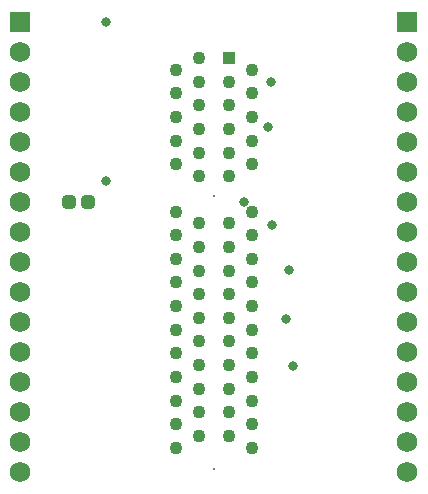
<source format=gts>
G04 Layer_Color=20142*
%FSLAX25Y25*%
%MOIN*%
G70*
G01*
G75*
G04:AMPARAMS|DCode=17|XSize=43.43mil|YSize=43.43mil|CornerRadius=8.43mil|HoleSize=0mil|Usage=FLASHONLY|Rotation=180.000|XOffset=0mil|YOffset=0mil|HoleType=Round|Shape=RoundedRectangle|*
%AMROUNDEDRECTD17*
21,1,0.04343,0.02658,0,0,180.0*
21,1,0.02658,0.04343,0,0,180.0*
1,1,0.01686,-0.01329,0.01329*
1,1,0.01686,0.01329,0.01329*
1,1,0.01686,0.01329,-0.01329*
1,1,0.01686,-0.01329,-0.01329*
%
%ADD17ROUNDEDRECTD17*%
%ADD18C,0.06800*%
%ADD19R,0.06800X0.06800*%
%ADD20C,0.00800*%
%ADD21C,0.04343*%
%ADD22R,0.04343X0.04343*%
%ADD23C,0.03200*%
D17*
X175150Y417500D02*
D03*
X168850Y417500D02*
D03*
D18*
X152500Y327500D02*
D03*
Y337500D02*
D03*
Y347500D02*
D03*
Y357500D02*
D03*
Y367500D02*
D03*
Y377500D02*
D03*
Y387500D02*
D03*
Y397500D02*
D03*
Y407500D02*
D03*
Y417500D02*
D03*
Y427500D02*
D03*
Y437500D02*
D03*
Y447500D02*
D03*
Y457500D02*
D03*
Y467500D02*
D03*
X281500Y327500D02*
D03*
Y337500D02*
D03*
Y347500D02*
D03*
Y357500D02*
D03*
Y367500D02*
D03*
Y377500D02*
D03*
Y387500D02*
D03*
Y397500D02*
D03*
Y407500D02*
D03*
Y417500D02*
D03*
Y427500D02*
D03*
Y437500D02*
D03*
Y447500D02*
D03*
Y457500D02*
D03*
Y467500D02*
D03*
D19*
X152500Y477500D02*
D03*
X281500D02*
D03*
D20*
X217000Y419634D02*
D03*
Y328492D02*
D03*
D21*
X204205Y406445D02*
D03*
Y398571D02*
D03*
Y414319D02*
D03*
Y359201D02*
D03*
Y351327D02*
D03*
Y335579D02*
D03*
Y343453D02*
D03*
Y374949D02*
D03*
Y367075D02*
D03*
Y382823D02*
D03*
Y390697D02*
D03*
X212079Y410382D02*
D03*
Y402508D02*
D03*
Y363138D02*
D03*
Y355264D02*
D03*
Y339516D02*
D03*
Y347390D02*
D03*
Y378886D02*
D03*
Y371012D02*
D03*
Y386760D02*
D03*
Y394634D02*
D03*
X221921Y402508D02*
D03*
Y394634D02*
D03*
Y410382D02*
D03*
Y355264D02*
D03*
Y347390D02*
D03*
Y339516D02*
D03*
Y371012D02*
D03*
Y363138D02*
D03*
Y378886D02*
D03*
Y386760D02*
D03*
X229796Y406445D02*
D03*
Y398571D02*
D03*
Y414319D02*
D03*
Y359201D02*
D03*
Y351327D02*
D03*
Y335579D02*
D03*
Y343453D02*
D03*
Y374949D02*
D03*
Y367075D02*
D03*
Y382823D02*
D03*
Y390697D02*
D03*
Y430067D02*
D03*
Y445815D02*
D03*
Y437941D02*
D03*
X221921Y426130D02*
D03*
Y441878D02*
D03*
Y434004D02*
D03*
Y449752D02*
D03*
X212079Y434004D02*
D03*
Y426130D02*
D03*
Y449752D02*
D03*
Y441878D02*
D03*
X204205Y430067D02*
D03*
Y445815D02*
D03*
Y437941D02*
D03*
X229796Y453689D02*
D03*
X221921Y457626D02*
D03*
X229796Y461563D02*
D03*
X204205Y453689D02*
D03*
X212079Y457626D02*
D03*
Y465500D02*
D03*
X204205Y461563D02*
D03*
D22*
X221921Y465500D02*
D03*
D23*
X243500Y363000D02*
D03*
X242000Y395000D02*
D03*
X241000Y378500D02*
D03*
X227000Y417500D02*
D03*
X236500Y410000D02*
D03*
X236000Y457500D02*
D03*
X235000Y442500D02*
D03*
X181000Y424500D02*
D03*
Y477500D02*
D03*
M02*

</source>
